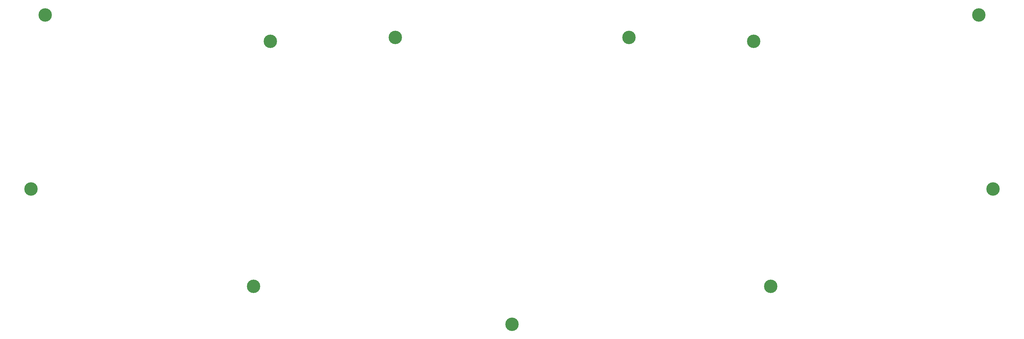
<source format=gbr>
%TF.GenerationSoftware,KiCad,Pcbnew,8.0.1*%
%TF.CreationDate,2024-05-01T11:58:40+09:00*%
%TF.ProjectId,bottom_plate,626f7474-6f6d-45f7-906c-6174652e6b69,v1.0.0*%
%TF.SameCoordinates,Original*%
%TF.FileFunction,Copper,L2,Bot*%
%TF.FilePolarity,Positive*%
%FSLAX46Y46*%
G04 Gerber Fmt 4.6, Leading zero omitted, Abs format (unit mm)*
G04 Created by KiCad (PCBNEW 8.0.1) date 2024-05-01 11:58:40*
%MOMM*%
%LPD*%
G01*
G04 APERTURE LIST*
%TA.AperFunction,ComponentPad*%
%ADD10C,0.700000*%
%TD*%
%TA.AperFunction,ComponentPad*%
%ADD11C,4.400000*%
%TD*%
G04 APERTURE END LIST*
D10*
%TO.P,_1,1*%
%TO.N,N/C*%
X53445824Y-72376087D03*
D11*
X52748504Y-70880679D03*
D10*
X52184171Y-72431172D03*
X54243912Y-70183359D03*
X51198011Y-70316346D03*
X52051184Y-69385271D03*
X51253096Y-71577999D03*
X54298997Y-71445012D03*
X53312837Y-69330186D03*
%TD*%
%TO.P,_2,1*%
%TO.N,N/C*%
X48828272Y-129475295D03*
D11*
X48130952Y-127979887D03*
D10*
X47566619Y-129530380D03*
X49626360Y-127282567D03*
X46580459Y-127415554D03*
X47433632Y-126484479D03*
X46635544Y-128677207D03*
X49681445Y-128544220D03*
X48695285Y-126429394D03*
%TD*%
%TO.P,_3,1*%
%TO.N,N/C*%
X127317007Y-81070880D03*
D11*
X126619687Y-79575472D03*
D10*
X126055354Y-81125965D03*
X128115095Y-78878152D03*
X125069194Y-79011139D03*
X125922367Y-78080064D03*
X125124279Y-80272792D03*
X128170180Y-80139805D03*
X127184020Y-78024979D03*
%TD*%
%TO.P,_4,1*%
%TO.N,N/C*%
X168224033Y-79784317D03*
D11*
X167526713Y-78288909D03*
D10*
X166962380Y-79839402D03*
X169022121Y-77591589D03*
X165976220Y-77724576D03*
X166829393Y-76793501D03*
X166031305Y-78986229D03*
X169077206Y-78853242D03*
X168091046Y-76738416D03*
%TD*%
%TO.P,_5,1*%
%TO.N,N/C*%
X120907754Y-161516254D03*
D11*
X121051561Y-159872533D03*
D10*
X119787588Y-160933133D03*
X122695282Y-160016340D03*
X119990961Y-158608560D03*
X121195368Y-158228812D03*
X119407840Y-159728726D03*
X122112161Y-161136506D03*
X122315534Y-158811933D03*
%TD*%
%TO.P,_6,1*%
%TO.N,N/C*%
X360439513Y-71577999D03*
D11*
X358944105Y-70880679D03*
D10*
X359508438Y-72431172D03*
X359641425Y-69385271D03*
X357393612Y-71445012D03*
X357448697Y-70183359D03*
X358246785Y-72376087D03*
X360494598Y-70316346D03*
X358379772Y-69330186D03*
%TD*%
%TO.P,_7,1*%
%TO.N,N/C*%
X365057065Y-128677207D03*
D11*
X363561657Y-127979887D03*
D10*
X364125990Y-129530380D03*
X364258977Y-126484479D03*
X362011164Y-128544220D03*
X362066249Y-127282567D03*
X362864337Y-129475295D03*
X365112150Y-127415554D03*
X362997324Y-126429394D03*
%TD*%
%TO.P,_8,1*%
%TO.N,N/C*%
X286568330Y-80272792D03*
D11*
X285072922Y-79575472D03*
D10*
X285637255Y-81125965D03*
X285770242Y-78080064D03*
X283522429Y-80139805D03*
X283577514Y-78878152D03*
X284375602Y-81070880D03*
X286623415Y-79011139D03*
X284508589Y-78024979D03*
%TD*%
%TO.P,_9,1*%
%TO.N,N/C*%
X245661304Y-78986229D03*
D11*
X244165896Y-78288909D03*
D10*
X244730229Y-79839402D03*
X244863216Y-76793501D03*
X242615403Y-78853242D03*
X242670488Y-77591589D03*
X243468576Y-79784317D03*
X245716389Y-77724576D03*
X243601563Y-76738416D03*
%TD*%
%TO.P,_10,1*%
%TO.N,N/C*%
X292284769Y-159728726D03*
D11*
X290641048Y-159872533D03*
D10*
X291905021Y-160933133D03*
X290497241Y-158228812D03*
X289580448Y-161136506D03*
X288997327Y-160016340D03*
X290784855Y-161516254D03*
X291701648Y-158608560D03*
X289377075Y-158811933D03*
%TD*%
%TO.P,_11,1*%
%TO.N,N/C*%
X207013031Y-173497502D03*
D11*
X205846305Y-172330776D03*
D10*
X205846305Y-173980776D03*
X207013031Y-171164050D03*
X204196305Y-172330776D03*
X204679579Y-171164050D03*
X204679579Y-173497502D03*
X207496305Y-172330776D03*
X205846305Y-170680776D03*
%TD*%
M02*

</source>
